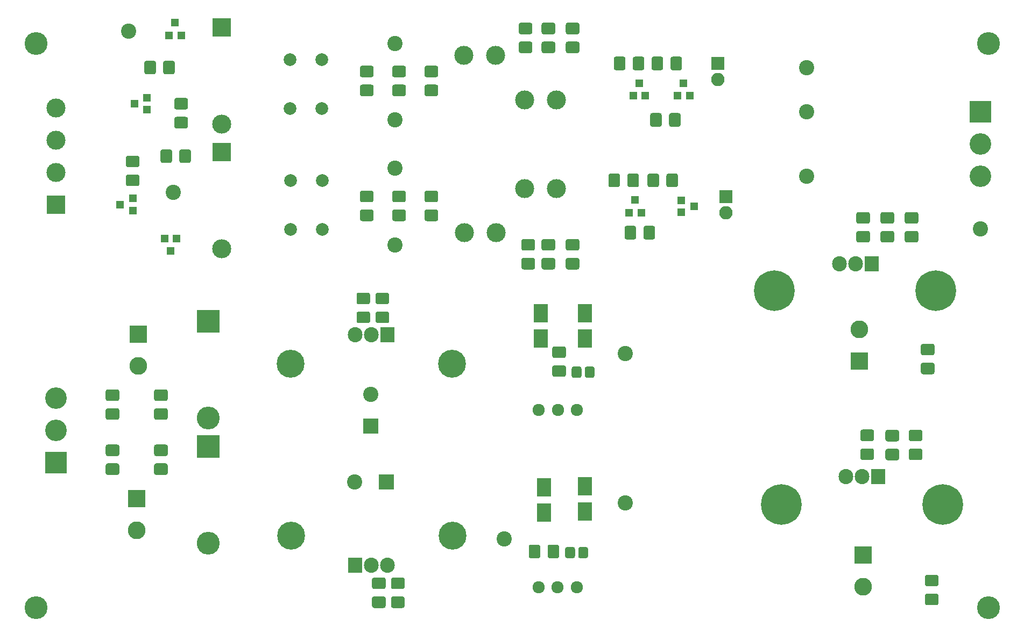
<source format=gbr>
%TF.GenerationSoftware,KiCad,Pcbnew,(5.1.6-0-10_14)*%
%TF.CreationDate,2020-08-16T17:22:38+02:00*%
%TF.ProjectId,netzteil,6e65747a-7465-4696-9c2e-6b696361645f,1.01*%
%TF.SameCoordinates,Original*%
%TF.FileFunction,Soldermask,Top*%
%TF.FilePolarity,Negative*%
%FSLAX46Y46*%
G04 Gerber Fmt 4.6, Leading zero omitted, Abs format (unit mm)*
G04 Created by KiCad (PCBNEW (5.1.6-0-10_14)) date 2020-08-16 17:22:38*
%MOMM*%
%LPD*%
G01*
G04 APERTURE LIST*
%ADD10O,2.305000X2.400000*%
%ADD11R,2.305000X2.400000*%
%ADD12C,6.400000*%
%ADD13C,2.800000*%
%ADD14R,2.800000X2.800000*%
%ADD15C,1.924000*%
%ADD16R,2.200000X2.900000*%
%ADD17C,2.400000*%
%ADD18R,1.200000X1.300000*%
%ADD19R,2.400000X2.400000*%
%ADD20R,3.000000X3.000000*%
%ADD21O,3.000000X3.000000*%
%ADD22O,3.600000X3.600000*%
%ADD23R,3.600000X3.600000*%
%ADD24C,3.600000*%
%ADD25C,4.400000*%
%ADD26R,2.100000X2.100000*%
%ADD27O,2.100000X2.100000*%
%ADD28C,3.000000*%
%ADD29C,3.400000*%
%ADD30R,3.400000X3.400000*%
%ADD31R,1.300000X1.200000*%
%ADD32C,2.000200*%
G04 APERTURE END LIST*
%TO.C,R10*%
G36*
G01*
X198629824Y-79437500D02*
X197120176Y-79437500D01*
G75*
G02*
X196800000Y-79117324I0J320176D01*
G01*
X196800000Y-77932676D01*
G75*
G02*
X197120176Y-77612500I320176J0D01*
G01*
X198629824Y-77612500D01*
G75*
G02*
X198950000Y-77932676I0J-320176D01*
G01*
X198950000Y-79117324D01*
G75*
G02*
X198629824Y-79437500I-320176J0D01*
G01*
G37*
G36*
G01*
X198629824Y-82412500D02*
X197120176Y-82412500D01*
G75*
G02*
X196800000Y-82092324I0J320176D01*
G01*
X196800000Y-80907676D01*
G75*
G02*
X197120176Y-80587500I320176J0D01*
G01*
X198629824Y-80587500D01*
G75*
G02*
X198950000Y-80907676I0J-320176D01*
G01*
X198950000Y-82092324D01*
G75*
G02*
X198629824Y-82412500I-320176J0D01*
G01*
G37*
%TD*%
D10*
%TO.C,Q7*%
X187545000Y-119270000D03*
X190085000Y-119270000D03*
D11*
X192625000Y-119270000D03*
%TD*%
%TO.C,Q8*%
X191565000Y-85730000D03*
D10*
X189025000Y-85730000D03*
X186485000Y-85730000D03*
%TD*%
%TO.C,R9*%
G36*
G01*
X199264824Y-116702500D02*
X197755176Y-116702500D01*
G75*
G02*
X197435000Y-116382324I0J320176D01*
G01*
X197435000Y-115197676D01*
G75*
G02*
X197755176Y-114877500I320176J0D01*
G01*
X199264824Y-114877500D01*
G75*
G02*
X199585000Y-115197676I0J-320176D01*
G01*
X199585000Y-116382324D01*
G75*
G02*
X199264824Y-116702500I-320176J0D01*
G01*
G37*
G36*
G01*
X199264824Y-113727500D02*
X197755176Y-113727500D01*
G75*
G02*
X197435000Y-113407324I0J320176D01*
G01*
X197435000Y-112222676D01*
G75*
G02*
X197755176Y-111902500I320176J0D01*
G01*
X199264824Y-111902500D01*
G75*
G02*
X199585000Y-112222676I0J-320176D01*
G01*
X199585000Y-113407324D01*
G75*
G02*
X199264824Y-113727500I-320176J0D01*
G01*
G37*
%TD*%
%TO.C,C15*%
G36*
G01*
X195589824Y-113757500D02*
X194080176Y-113757500D01*
G75*
G02*
X193760000Y-113437324I0J320176D01*
G01*
X193760000Y-112252676D01*
G75*
G02*
X194080176Y-111932500I320176J0D01*
G01*
X195589824Y-111932500D01*
G75*
G02*
X195910000Y-112252676I0J-320176D01*
G01*
X195910000Y-113437324D01*
G75*
G02*
X195589824Y-113757500I-320176J0D01*
G01*
G37*
G36*
G01*
X195589824Y-116732500D02*
X194080176Y-116732500D01*
G75*
G02*
X193760000Y-116412324I0J320176D01*
G01*
X193760000Y-115227676D01*
G75*
G02*
X194080176Y-114907500I320176J0D01*
G01*
X195589824Y-114907500D01*
G75*
G02*
X195910000Y-115227676I0J-320176D01*
G01*
X195910000Y-116412324D01*
G75*
G02*
X195589824Y-116732500I-320176J0D01*
G01*
G37*
%TD*%
%TO.C,C16*%
G36*
G01*
X193310176Y-80587500D02*
X194819824Y-80587500D01*
G75*
G02*
X195140000Y-80907676I0J-320176D01*
G01*
X195140000Y-82092324D01*
G75*
G02*
X194819824Y-82412500I-320176J0D01*
G01*
X193310176Y-82412500D01*
G75*
G02*
X192990000Y-82092324I0J320176D01*
G01*
X192990000Y-80907676D01*
G75*
G02*
X193310176Y-80587500I320176J0D01*
G01*
G37*
G36*
G01*
X193310176Y-77612500D02*
X194819824Y-77612500D01*
G75*
G02*
X195140000Y-77932676I0J-320176D01*
G01*
X195140000Y-79117324D01*
G75*
G02*
X194819824Y-79437500I-320176J0D01*
G01*
X193310176Y-79437500D01*
G75*
G02*
X192990000Y-79117324I0J320176D01*
G01*
X192990000Y-77932676D01*
G75*
G02*
X193310176Y-77612500I320176J0D01*
G01*
G37*
%TD*%
%TO.C,C17*%
G36*
G01*
X191644824Y-116682500D02*
X190135176Y-116682500D01*
G75*
G02*
X189815000Y-116362324I0J320176D01*
G01*
X189815000Y-115177676D01*
G75*
G02*
X190135176Y-114857500I320176J0D01*
G01*
X191644824Y-114857500D01*
G75*
G02*
X191965000Y-115177676I0J-320176D01*
G01*
X191965000Y-116362324D01*
G75*
G02*
X191644824Y-116682500I-320176J0D01*
G01*
G37*
G36*
G01*
X191644824Y-113707500D02*
X190135176Y-113707500D01*
G75*
G02*
X189815000Y-113387324I0J320176D01*
G01*
X189815000Y-112202676D01*
G75*
G02*
X190135176Y-111882500I320176J0D01*
G01*
X191644824Y-111882500D01*
G75*
G02*
X191965000Y-112202676I0J-320176D01*
G01*
X191965000Y-113387324D01*
G75*
G02*
X191644824Y-113707500I-320176J0D01*
G01*
G37*
%TD*%
%TO.C,C18*%
G36*
G01*
X189500176Y-77612500D02*
X191009824Y-77612500D01*
G75*
G02*
X191330000Y-77932676I0J-320176D01*
G01*
X191330000Y-79117324D01*
G75*
G02*
X191009824Y-79437500I-320176J0D01*
G01*
X189500176Y-79437500D01*
G75*
G02*
X189180000Y-79117324I0J320176D01*
G01*
X189180000Y-77932676D01*
G75*
G02*
X189500176Y-77612500I320176J0D01*
G01*
G37*
G36*
G01*
X189500176Y-80587500D02*
X191009824Y-80587500D01*
G75*
G02*
X191330000Y-80907676I0J-320176D01*
G01*
X191330000Y-82092324D01*
G75*
G02*
X191009824Y-82412500I-320176J0D01*
G01*
X189500176Y-82412500D01*
G75*
G02*
X189180000Y-82092324I0J320176D01*
G01*
X189180000Y-80907676D01*
G75*
G02*
X189500176Y-80587500I320176J0D01*
G01*
G37*
%TD*%
D12*
%TO.C,HS1*%
X202785000Y-123670000D03*
X177385000Y-123670000D03*
%TD*%
%TO.C,HS2*%
X176265000Y-90030000D03*
X201665000Y-90030000D03*
%TD*%
D13*
%TO.C,C13*%
X190255000Y-136665000D03*
D14*
X190255000Y-131665000D03*
%TD*%
%TO.C,C14*%
X189620000Y-101105000D03*
D13*
X189620000Y-96105000D03*
%TD*%
%TO.C,R11*%
G36*
G01*
X200295176Y-134762500D02*
X201804824Y-134762500D01*
G75*
G02*
X202125000Y-135082676I0J-320176D01*
G01*
X202125000Y-136267324D01*
G75*
G02*
X201804824Y-136587500I-320176J0D01*
G01*
X200295176Y-136587500D01*
G75*
G02*
X199975000Y-136267324I0J320176D01*
G01*
X199975000Y-135082676D01*
G75*
G02*
X200295176Y-134762500I320176J0D01*
G01*
G37*
G36*
G01*
X200295176Y-137737500D02*
X201804824Y-137737500D01*
G75*
G02*
X202125000Y-138057676I0J-320176D01*
G01*
X202125000Y-139242324D01*
G75*
G02*
X201804824Y-139562500I-320176J0D01*
G01*
X200295176Y-139562500D01*
G75*
G02*
X199975000Y-139242324I0J320176D01*
G01*
X199975000Y-138057676D01*
G75*
G02*
X200295176Y-137737500I320176J0D01*
G01*
G37*
%TD*%
%TO.C,R12*%
G36*
G01*
X201169824Y-100192500D02*
X199660176Y-100192500D01*
G75*
G02*
X199340000Y-99872324I0J320176D01*
G01*
X199340000Y-98687676D01*
G75*
G02*
X199660176Y-98367500I320176J0D01*
G01*
X201169824Y-98367500D01*
G75*
G02*
X201490000Y-98687676I0J-320176D01*
G01*
X201490000Y-99872324D01*
G75*
G02*
X201169824Y-100192500I-320176J0D01*
G01*
G37*
G36*
G01*
X201169824Y-103167500D02*
X199660176Y-103167500D01*
G75*
G02*
X199340000Y-102847324I0J320176D01*
G01*
X199340000Y-101662676D01*
G75*
G02*
X199660176Y-101342500I320176J0D01*
G01*
X201169824Y-101342500D01*
G75*
G02*
X201490000Y-101662676I0J-320176D01*
G01*
X201490000Y-102847324D01*
G75*
G02*
X201169824Y-103167500I-320176J0D01*
G01*
G37*
%TD*%
%TO.C,C26*%
G36*
G01*
X145945000Y-102281956D02*
X145945000Y-103408044D01*
G75*
G02*
X145608044Y-103745000I-336956J0D01*
G01*
X144731956Y-103745000D01*
G75*
G02*
X144395000Y-103408044I0J336956D01*
G01*
X144395000Y-102281956D01*
G75*
G02*
X144731956Y-101945000I336956J0D01*
G01*
X145608044Y-101945000D01*
G75*
G02*
X145945000Y-102281956I0J-336956D01*
G01*
G37*
G36*
G01*
X147995000Y-102281956D02*
X147995000Y-103408044D01*
G75*
G02*
X147658044Y-103745000I-336956J0D01*
G01*
X146781956Y-103745000D01*
G75*
G02*
X146445000Y-103408044I0J336956D01*
G01*
X146445000Y-102281956D01*
G75*
G02*
X146781956Y-101945000I336956J0D01*
G01*
X147658044Y-101945000D01*
G75*
G02*
X147995000Y-102281956I0J-336956D01*
G01*
G37*
%TD*%
%TO.C,R14*%
G36*
G01*
X143167324Y-103585000D02*
X141657676Y-103585000D01*
G75*
G02*
X141337500Y-103264824I0J320176D01*
G01*
X141337500Y-102080176D01*
G75*
G02*
X141657676Y-101760000I320176J0D01*
G01*
X143167324Y-101760000D01*
G75*
G02*
X143487500Y-102080176I0J-320176D01*
G01*
X143487500Y-103264824D01*
G75*
G02*
X143167324Y-103585000I-320176J0D01*
G01*
G37*
G36*
G01*
X143167324Y-100610000D02*
X141657676Y-100610000D01*
G75*
G02*
X141337500Y-100289824I0J320176D01*
G01*
X141337500Y-99105176D01*
G75*
G02*
X141657676Y-98785000I320176J0D01*
G01*
X143167324Y-98785000D01*
G75*
G02*
X143487500Y-99105176I0J-320176D01*
G01*
X143487500Y-100289824D01*
G75*
G02*
X143167324Y-100610000I-320176J0D01*
G01*
G37*
%TD*%
D15*
%TO.C,RV2*%
X139230000Y-108775000D03*
X142230000Y-108775000D03*
X145230000Y-108775000D03*
%TD*%
D16*
%TO.C,D8*%
X146440000Y-97565000D03*
X146440000Y-93565000D03*
%TD*%
%TO.C,D10*%
X139515000Y-93565000D03*
X139515000Y-97565000D03*
%TD*%
D17*
%TO.C,TP4*%
X116595000Y-63085000D03*
%TD*%
D18*
%TO.C,Q3*%
X154065000Y-59275000D03*
X155965000Y-59275000D03*
X155015000Y-57275000D03*
%TD*%
%TO.C,R1*%
G36*
G01*
X82185176Y-59632500D02*
X83694824Y-59632500D01*
G75*
G02*
X84015000Y-59952676I0J-320176D01*
G01*
X84015000Y-61137324D01*
G75*
G02*
X83694824Y-61457500I-320176J0D01*
G01*
X82185176Y-61457500D01*
G75*
G02*
X81865000Y-61137324I0J320176D01*
G01*
X81865000Y-59952676D01*
G75*
G02*
X82185176Y-59632500I320176J0D01*
G01*
G37*
G36*
G01*
X82185176Y-62607500D02*
X83694824Y-62607500D01*
G75*
G02*
X84015000Y-62927676I0J-320176D01*
G01*
X84015000Y-64112324D01*
G75*
G02*
X83694824Y-64432500I-320176J0D01*
G01*
X82185176Y-64432500D01*
G75*
G02*
X81865000Y-64112324I0J320176D01*
G01*
X81865000Y-62927676D01*
G75*
G02*
X82185176Y-62607500I320176J0D01*
G01*
G37*
%TD*%
%TO.C,C5*%
G36*
G01*
X121555176Y-57527500D02*
X123064824Y-57527500D01*
G75*
G02*
X123385000Y-57847676I0J-320176D01*
G01*
X123385000Y-59032324D01*
G75*
G02*
X123064824Y-59352500I-320176J0D01*
G01*
X121555176Y-59352500D01*
G75*
G02*
X121235000Y-59032324I0J320176D01*
G01*
X121235000Y-57847676D01*
G75*
G02*
X121555176Y-57527500I320176J0D01*
G01*
G37*
G36*
G01*
X121555176Y-54552500D02*
X123064824Y-54552500D01*
G75*
G02*
X123385000Y-54872676I0J-320176D01*
G01*
X123385000Y-56057324D01*
G75*
G02*
X123064824Y-56377500I-320176J0D01*
G01*
X121555176Y-56377500D01*
G75*
G02*
X121235000Y-56057324I0J320176D01*
G01*
X121235000Y-54872676D01*
G75*
G02*
X121555176Y-54552500I320176J0D01*
G01*
G37*
%TD*%
D17*
%TO.C,C19*%
X110230000Y-120140000D03*
D19*
X115230000Y-120140000D03*
%TD*%
%TO.C,C20*%
X112785000Y-111345000D03*
D17*
X112785000Y-106345000D03*
%TD*%
%TO.C,C21*%
G36*
G01*
X116285176Y-138172500D02*
X117794824Y-138172500D01*
G75*
G02*
X118115000Y-138492676I0J-320176D01*
G01*
X118115000Y-139677324D01*
G75*
G02*
X117794824Y-139997500I-320176J0D01*
G01*
X116285176Y-139997500D01*
G75*
G02*
X115965000Y-139677324I0J320176D01*
G01*
X115965000Y-138492676D01*
G75*
G02*
X116285176Y-138172500I320176J0D01*
G01*
G37*
G36*
G01*
X116285176Y-135197500D02*
X117794824Y-135197500D01*
G75*
G02*
X118115000Y-135517676I0J-320176D01*
G01*
X118115000Y-136702324D01*
G75*
G02*
X117794824Y-137022500I-320176J0D01*
G01*
X116285176Y-137022500D01*
G75*
G02*
X115965000Y-136702324I0J320176D01*
G01*
X115965000Y-135517676D01*
G75*
G02*
X116285176Y-135197500I320176J0D01*
G01*
G37*
%TD*%
%TO.C,C22*%
G36*
G01*
X113855176Y-90312500D02*
X115364824Y-90312500D01*
G75*
G02*
X115685000Y-90632676I0J-320176D01*
G01*
X115685000Y-91817324D01*
G75*
G02*
X115364824Y-92137500I-320176J0D01*
G01*
X113855176Y-92137500D01*
G75*
G02*
X113535000Y-91817324I0J320176D01*
G01*
X113535000Y-90632676D01*
G75*
G02*
X113855176Y-90312500I320176J0D01*
G01*
G37*
G36*
G01*
X113855176Y-93287500D02*
X115364824Y-93287500D01*
G75*
G02*
X115685000Y-93607676I0J-320176D01*
G01*
X115685000Y-94792324D01*
G75*
G02*
X115364824Y-95112500I-320176J0D01*
G01*
X113855176Y-95112500D01*
G75*
G02*
X113535000Y-94792324I0J320176D01*
G01*
X113535000Y-93607676D01*
G75*
G02*
X113855176Y-93287500I320176J0D01*
G01*
G37*
%TD*%
%TO.C,C23*%
G36*
G01*
X113300176Y-135197500D02*
X114809824Y-135197500D01*
G75*
G02*
X115130000Y-135517676I0J-320176D01*
G01*
X115130000Y-136702324D01*
G75*
G02*
X114809824Y-137022500I-320176J0D01*
G01*
X113300176Y-137022500D01*
G75*
G02*
X112980000Y-136702324I0J320176D01*
G01*
X112980000Y-135517676D01*
G75*
G02*
X113300176Y-135197500I320176J0D01*
G01*
G37*
G36*
G01*
X113300176Y-138172500D02*
X114809824Y-138172500D01*
G75*
G02*
X115130000Y-138492676I0J-320176D01*
G01*
X115130000Y-139677324D01*
G75*
G02*
X114809824Y-139997500I-320176J0D01*
G01*
X113300176Y-139997500D01*
G75*
G02*
X112980000Y-139677324I0J320176D01*
G01*
X112980000Y-138492676D01*
G75*
G02*
X113300176Y-138172500I320176J0D01*
G01*
G37*
%TD*%
%TO.C,C24*%
G36*
G01*
X110855176Y-93287500D02*
X112364824Y-93287500D01*
G75*
G02*
X112685000Y-93607676I0J-320176D01*
G01*
X112685000Y-94792324D01*
G75*
G02*
X112364824Y-95112500I-320176J0D01*
G01*
X110855176Y-95112500D01*
G75*
G02*
X110535000Y-94792324I0J320176D01*
G01*
X110535000Y-93607676D01*
G75*
G02*
X110855176Y-93287500I320176J0D01*
G01*
G37*
G36*
G01*
X110855176Y-90312500D02*
X112364824Y-90312500D01*
G75*
G02*
X112685000Y-90632676I0J-320176D01*
G01*
X112685000Y-91817324D01*
G75*
G02*
X112364824Y-92137500I-320176J0D01*
G01*
X110855176Y-92137500D01*
G75*
G02*
X110535000Y-91817324I0J320176D01*
G01*
X110535000Y-90632676D01*
G75*
G02*
X110855176Y-90312500I320176J0D01*
G01*
G37*
%TD*%
%TO.C,C25*%
G36*
G01*
X143370000Y-131838044D02*
X143370000Y-130711956D01*
G75*
G02*
X143706956Y-130375000I336956J0D01*
G01*
X144583044Y-130375000D01*
G75*
G02*
X144920000Y-130711956I0J-336956D01*
G01*
X144920000Y-131838044D01*
G75*
G02*
X144583044Y-132175000I-336956J0D01*
G01*
X143706956Y-132175000D01*
G75*
G02*
X143370000Y-131838044I0J336956D01*
G01*
G37*
G36*
G01*
X145420000Y-131838044D02*
X145420000Y-130711956D01*
G75*
G02*
X145756956Y-130375000I336956J0D01*
G01*
X146633044Y-130375000D01*
G75*
G02*
X146970000Y-130711956I0J-336956D01*
G01*
X146970000Y-131838044D01*
G75*
G02*
X146633044Y-132175000I-336956J0D01*
G01*
X145756956Y-132175000D01*
G75*
G02*
X145420000Y-131838044I0J336956D01*
G01*
G37*
%TD*%
D13*
%TO.C,C27*%
X75955000Y-127775000D03*
D14*
X75955000Y-122775000D03*
%TD*%
%TO.C,C28*%
X76230000Y-96820000D03*
D13*
X76230000Y-101820000D03*
%TD*%
%TO.C,C29*%
G36*
G01*
X79010176Y-114242500D02*
X80519824Y-114242500D01*
G75*
G02*
X80840000Y-114562676I0J-320176D01*
G01*
X80840000Y-115747324D01*
G75*
G02*
X80519824Y-116067500I-320176J0D01*
G01*
X79010176Y-116067500D01*
G75*
G02*
X78690000Y-115747324I0J320176D01*
G01*
X78690000Y-114562676D01*
G75*
G02*
X79010176Y-114242500I320176J0D01*
G01*
G37*
G36*
G01*
X79010176Y-117217500D02*
X80519824Y-117217500D01*
G75*
G02*
X80840000Y-117537676I0J-320176D01*
G01*
X80840000Y-118722324D01*
G75*
G02*
X80519824Y-119042500I-320176J0D01*
G01*
X79010176Y-119042500D01*
G75*
G02*
X78690000Y-118722324I0J320176D01*
G01*
X78690000Y-117537676D01*
G75*
G02*
X79010176Y-117217500I320176J0D01*
G01*
G37*
%TD*%
%TO.C,C30*%
G36*
G01*
X79010176Y-105552500D02*
X80519824Y-105552500D01*
G75*
G02*
X80840000Y-105872676I0J-320176D01*
G01*
X80840000Y-107057324D01*
G75*
G02*
X80519824Y-107377500I-320176J0D01*
G01*
X79010176Y-107377500D01*
G75*
G02*
X78690000Y-107057324I0J320176D01*
G01*
X78690000Y-105872676D01*
G75*
G02*
X79010176Y-105552500I320176J0D01*
G01*
G37*
G36*
G01*
X79010176Y-108527500D02*
X80519824Y-108527500D01*
G75*
G02*
X80840000Y-108847676I0J-320176D01*
G01*
X80840000Y-110032324D01*
G75*
G02*
X80519824Y-110352500I-320176J0D01*
G01*
X79010176Y-110352500D01*
G75*
G02*
X78690000Y-110032324I0J320176D01*
G01*
X78690000Y-108847676D01*
G75*
G02*
X79010176Y-108527500I320176J0D01*
G01*
G37*
%TD*%
%TO.C,C31*%
G36*
G01*
X71390176Y-117217500D02*
X72899824Y-117217500D01*
G75*
G02*
X73220000Y-117537676I0J-320176D01*
G01*
X73220000Y-118722324D01*
G75*
G02*
X72899824Y-119042500I-320176J0D01*
G01*
X71390176Y-119042500D01*
G75*
G02*
X71070000Y-118722324I0J320176D01*
G01*
X71070000Y-117537676D01*
G75*
G02*
X71390176Y-117217500I320176J0D01*
G01*
G37*
G36*
G01*
X71390176Y-114242500D02*
X72899824Y-114242500D01*
G75*
G02*
X73220000Y-114562676I0J-320176D01*
G01*
X73220000Y-115747324D01*
G75*
G02*
X72899824Y-116067500I-320176J0D01*
G01*
X71390176Y-116067500D01*
G75*
G02*
X71070000Y-115747324I0J320176D01*
G01*
X71070000Y-114562676D01*
G75*
G02*
X71390176Y-114242500I320176J0D01*
G01*
G37*
%TD*%
%TO.C,C32*%
G36*
G01*
X71390176Y-108527500D02*
X72899824Y-108527500D01*
G75*
G02*
X73220000Y-108847676I0J-320176D01*
G01*
X73220000Y-110032324D01*
G75*
G02*
X72899824Y-110352500I-320176J0D01*
G01*
X71390176Y-110352500D01*
G75*
G02*
X71070000Y-110032324I0J320176D01*
G01*
X71070000Y-108847676D01*
G75*
G02*
X71390176Y-108527500I320176J0D01*
G01*
G37*
G36*
G01*
X71390176Y-105552500D02*
X72899824Y-105552500D01*
G75*
G02*
X73220000Y-105872676I0J-320176D01*
G01*
X73220000Y-107057324D01*
G75*
G02*
X72899824Y-107377500I-320176J0D01*
G01*
X71390176Y-107377500D01*
G75*
G02*
X71070000Y-107057324I0J320176D01*
G01*
X71070000Y-105872676D01*
G75*
G02*
X71390176Y-105552500I320176J0D01*
G01*
G37*
%TD*%
D18*
%TO.C,D1*%
X81040000Y-49750000D03*
X82940000Y-49750000D03*
X81990000Y-47750000D03*
%TD*%
D20*
%TO.C,D3*%
X89290000Y-48480000D03*
D21*
X89290000Y-63720000D03*
%TD*%
D16*
%TO.C,D7*%
X146440000Y-120775000D03*
X146440000Y-124775000D03*
%TD*%
%TO.C,D9*%
X140030000Y-124975000D03*
X140030000Y-120975000D03*
%TD*%
D22*
%TO.C,D11*%
X87230000Y-129760000D03*
D23*
X87230000Y-114520000D03*
%TD*%
%TO.C,D12*%
X87230000Y-94835000D03*
D22*
X87230000Y-110075000D03*
%TD*%
D24*
%TO.C,H1*%
X60080000Y-139920000D03*
%TD*%
%TO.C,H2*%
X60080000Y-51020000D03*
%TD*%
%TO.C,H3*%
X209940000Y-51020000D03*
%TD*%
%TO.C,H4*%
X209940000Y-139920000D03*
%TD*%
D25*
%TO.C,HS3*%
X100230000Y-128640000D03*
X125630000Y-128640000D03*
%TD*%
%TO.C,HS4*%
X100140000Y-101510000D03*
X125540000Y-101510000D03*
%TD*%
D26*
%TO.C,J4*%
X167395000Y-54195000D03*
D27*
X167395000Y-56735000D03*
%TD*%
D28*
%TO.C,L3*%
X127390000Y-52925000D03*
X132390000Y-52925000D03*
%TD*%
D18*
%TO.C,Q5*%
X161045000Y-59275000D03*
X162945000Y-59275000D03*
X161995000Y-57275000D03*
%TD*%
%TO.C,R3*%
G36*
G01*
X80122500Y-55584824D02*
X80122500Y-54075176D01*
G75*
G02*
X80442676Y-53755000I320176J0D01*
G01*
X81627324Y-53755000D01*
G75*
G02*
X81947500Y-54075176I0J-320176D01*
G01*
X81947500Y-55584824D01*
G75*
G02*
X81627324Y-55905000I-320176J0D01*
G01*
X80442676Y-55905000D01*
G75*
G02*
X80122500Y-55584824I0J320176D01*
G01*
G37*
G36*
G01*
X77147500Y-55584824D02*
X77147500Y-54075176D01*
G75*
G02*
X77467676Y-53755000I320176J0D01*
G01*
X78652324Y-53755000D01*
G75*
G02*
X78972500Y-54075176I0J-320176D01*
G01*
X78972500Y-55584824D01*
G75*
G02*
X78652324Y-55905000I-320176J0D01*
G01*
X77467676Y-55905000D01*
G75*
G02*
X77147500Y-55584824I0J320176D01*
G01*
G37*
%TD*%
%TO.C,R5*%
G36*
G01*
X154000000Y-54949824D02*
X154000000Y-53440176D01*
G75*
G02*
X154320176Y-53120000I320176J0D01*
G01*
X155504824Y-53120000D01*
G75*
G02*
X155825000Y-53440176I0J-320176D01*
G01*
X155825000Y-54949824D01*
G75*
G02*
X155504824Y-55270000I-320176J0D01*
G01*
X154320176Y-55270000D01*
G75*
G02*
X154000000Y-54949824I0J320176D01*
G01*
G37*
G36*
G01*
X151025000Y-54949824D02*
X151025000Y-53440176D01*
G75*
G02*
X151345176Y-53120000I320176J0D01*
G01*
X152529824Y-53120000D01*
G75*
G02*
X152850000Y-53440176I0J-320176D01*
G01*
X152850000Y-54949824D01*
G75*
G02*
X152529824Y-55270000I-320176J0D01*
G01*
X151345176Y-55270000D01*
G75*
G02*
X151025000Y-54949824I0J320176D01*
G01*
G37*
%TD*%
%TO.C,R7*%
G36*
G01*
X161540000Y-62330176D02*
X161540000Y-63839824D01*
G75*
G02*
X161219824Y-64160000I-320176J0D01*
G01*
X160035176Y-64160000D01*
G75*
G02*
X159715000Y-63839824I0J320176D01*
G01*
X159715000Y-62330176D01*
G75*
G02*
X160035176Y-62010000I320176J0D01*
G01*
X161219824Y-62010000D01*
G75*
G02*
X161540000Y-62330176I0J-320176D01*
G01*
G37*
G36*
G01*
X158565000Y-62330176D02*
X158565000Y-63839824D01*
G75*
G02*
X158244824Y-64160000I-320176J0D01*
G01*
X157060176Y-64160000D01*
G75*
G02*
X156740000Y-63839824I0J320176D01*
G01*
X156740000Y-62330176D01*
G75*
G02*
X157060176Y-62010000I320176J0D01*
G01*
X158244824Y-62010000D01*
G75*
G02*
X158565000Y-62330176I0J-320176D01*
G01*
G37*
%TD*%
%TO.C,R13*%
G36*
G01*
X140605000Y-131847324D02*
X140605000Y-130337676D01*
G75*
G02*
X140925176Y-130017500I320176J0D01*
G01*
X142109824Y-130017500D01*
G75*
G02*
X142430000Y-130337676I0J-320176D01*
G01*
X142430000Y-131847324D01*
G75*
G02*
X142109824Y-132167500I-320176J0D01*
G01*
X140925176Y-132167500D01*
G75*
G02*
X140605000Y-131847324I0J320176D01*
G01*
G37*
G36*
G01*
X137630000Y-131847324D02*
X137630000Y-130337676D01*
G75*
G02*
X137950176Y-130017500I320176J0D01*
G01*
X139134824Y-130017500D01*
G75*
G02*
X139455000Y-130337676I0J-320176D01*
G01*
X139455000Y-131847324D01*
G75*
G02*
X139134824Y-132167500I-320176J0D01*
G01*
X137950176Y-132167500D01*
G75*
G02*
X137630000Y-131847324I0J320176D01*
G01*
G37*
%TD*%
D15*
%TO.C,RV1*%
X145170000Y-136745000D03*
X142170000Y-136745000D03*
X139170000Y-136745000D03*
%TD*%
D17*
%TO.C,TP1*%
X74685000Y-49115000D03*
%TD*%
%TO.C,TP2*%
X81670000Y-74515000D03*
%TD*%
%TO.C,TP8*%
X181365000Y-61815000D03*
%TD*%
%TO.C,TP7*%
X181365000Y-54830000D03*
%TD*%
%TO.C,TP10*%
X152790000Y-123410000D03*
%TD*%
%TO.C,TP11*%
X152790000Y-99915000D03*
%TD*%
%TO.C,TP12*%
X208670000Y-80230000D03*
%TD*%
%TO.C,TP13*%
X133740000Y-129125000D03*
%TD*%
D10*
%TO.C,U1*%
X115430000Y-133240000D03*
X112890000Y-133240000D03*
D11*
X110350000Y-133240000D03*
%TD*%
%TO.C,U2*%
X115390000Y-96910000D03*
D10*
X112850000Y-96910000D03*
X110310000Y-96910000D03*
%TD*%
%TO.C,C1*%
G36*
G01*
X116475176Y-54552500D02*
X117984824Y-54552500D01*
G75*
G02*
X118305000Y-54872676I0J-320176D01*
G01*
X118305000Y-56057324D01*
G75*
G02*
X117984824Y-56377500I-320176J0D01*
G01*
X116475176Y-56377500D01*
G75*
G02*
X116155000Y-56057324I0J320176D01*
G01*
X116155000Y-54872676D01*
G75*
G02*
X116475176Y-54552500I320176J0D01*
G01*
G37*
G36*
G01*
X116475176Y-57527500D02*
X117984824Y-57527500D01*
G75*
G02*
X118305000Y-57847676I0J-320176D01*
G01*
X118305000Y-59032324D01*
G75*
G02*
X117984824Y-59352500I-320176J0D01*
G01*
X116475176Y-59352500D01*
G75*
G02*
X116155000Y-59032324I0J320176D01*
G01*
X116155000Y-57847676D01*
G75*
G02*
X116475176Y-57527500I320176J0D01*
G01*
G37*
%TD*%
%TO.C,C2*%
G36*
G01*
X111395176Y-74237500D02*
X112904824Y-74237500D01*
G75*
G02*
X113225000Y-74557676I0J-320176D01*
G01*
X113225000Y-75742324D01*
G75*
G02*
X112904824Y-76062500I-320176J0D01*
G01*
X111395176Y-76062500D01*
G75*
G02*
X111075000Y-75742324I0J320176D01*
G01*
X111075000Y-74557676D01*
G75*
G02*
X111395176Y-74237500I320176J0D01*
G01*
G37*
G36*
G01*
X111395176Y-77212500D02*
X112904824Y-77212500D01*
G75*
G02*
X113225000Y-77532676I0J-320176D01*
G01*
X113225000Y-78717324D01*
G75*
G02*
X112904824Y-79037500I-320176J0D01*
G01*
X111395176Y-79037500D01*
G75*
G02*
X111075000Y-78717324I0J320176D01*
G01*
X111075000Y-77532676D01*
G75*
G02*
X111395176Y-77212500I320176J0D01*
G01*
G37*
%TD*%
%TO.C,C3*%
G36*
G01*
X111395176Y-57527500D02*
X112904824Y-57527500D01*
G75*
G02*
X113225000Y-57847676I0J-320176D01*
G01*
X113225000Y-59032324D01*
G75*
G02*
X112904824Y-59352500I-320176J0D01*
G01*
X111395176Y-59352500D01*
G75*
G02*
X111075000Y-59032324I0J320176D01*
G01*
X111075000Y-57847676D01*
G75*
G02*
X111395176Y-57527500I320176J0D01*
G01*
G37*
G36*
G01*
X111395176Y-54552500D02*
X112904824Y-54552500D01*
G75*
G02*
X113225000Y-54872676I0J-320176D01*
G01*
X113225000Y-56057324D01*
G75*
G02*
X112904824Y-56377500I-320176J0D01*
G01*
X111395176Y-56377500D01*
G75*
G02*
X111075000Y-56057324I0J320176D01*
G01*
X111075000Y-54872676D01*
G75*
G02*
X111395176Y-54552500I320176J0D01*
G01*
G37*
%TD*%
%TO.C,C4*%
G36*
G01*
X121555176Y-74237500D02*
X123064824Y-74237500D01*
G75*
G02*
X123385000Y-74557676I0J-320176D01*
G01*
X123385000Y-75742324D01*
G75*
G02*
X123064824Y-76062500I-320176J0D01*
G01*
X121555176Y-76062500D01*
G75*
G02*
X121235000Y-75742324I0J320176D01*
G01*
X121235000Y-74557676D01*
G75*
G02*
X121555176Y-74237500I320176J0D01*
G01*
G37*
G36*
G01*
X121555176Y-77212500D02*
X123064824Y-77212500D01*
G75*
G02*
X123385000Y-77532676I0J-320176D01*
G01*
X123385000Y-78717324D01*
G75*
G02*
X123064824Y-79037500I-320176J0D01*
G01*
X121555176Y-79037500D01*
G75*
G02*
X121235000Y-78717324I0J320176D01*
G01*
X121235000Y-77532676D01*
G75*
G02*
X121555176Y-77212500I320176J0D01*
G01*
G37*
%TD*%
%TO.C,C6*%
G36*
G01*
X116475176Y-74237500D02*
X117984824Y-74237500D01*
G75*
G02*
X118305000Y-74557676I0J-320176D01*
G01*
X118305000Y-75742324D01*
G75*
G02*
X117984824Y-76062500I-320176J0D01*
G01*
X116475176Y-76062500D01*
G75*
G02*
X116155000Y-75742324I0J320176D01*
G01*
X116155000Y-74557676D01*
G75*
G02*
X116475176Y-74237500I320176J0D01*
G01*
G37*
G36*
G01*
X116475176Y-77212500D02*
X117984824Y-77212500D01*
G75*
G02*
X118305000Y-77532676I0J-320176D01*
G01*
X118305000Y-78717324D01*
G75*
G02*
X117984824Y-79037500I-320176J0D01*
G01*
X116475176Y-79037500D01*
G75*
G02*
X116155000Y-78717324I0J320176D01*
G01*
X116155000Y-77532676D01*
G75*
G02*
X116475176Y-77212500I320176J0D01*
G01*
G37*
%TD*%
%TO.C,C7*%
G36*
G01*
X145289824Y-49592500D02*
X143780176Y-49592500D01*
G75*
G02*
X143460000Y-49272324I0J320176D01*
G01*
X143460000Y-48087676D01*
G75*
G02*
X143780176Y-47767500I320176J0D01*
G01*
X145289824Y-47767500D01*
G75*
G02*
X145610000Y-48087676I0J-320176D01*
G01*
X145610000Y-49272324D01*
G75*
G02*
X145289824Y-49592500I-320176J0D01*
G01*
G37*
G36*
G01*
X145289824Y-52567500D02*
X143780176Y-52567500D01*
G75*
G02*
X143460000Y-52247324I0J320176D01*
G01*
X143460000Y-51062676D01*
G75*
G02*
X143780176Y-50742500I320176J0D01*
G01*
X145289824Y-50742500D01*
G75*
G02*
X145610000Y-51062676I0J-320176D01*
G01*
X145610000Y-52247324D01*
G75*
G02*
X145289824Y-52567500I-320176J0D01*
G01*
G37*
%TD*%
%TO.C,C8*%
G36*
G01*
X145289824Y-83682500D02*
X143780176Y-83682500D01*
G75*
G02*
X143460000Y-83362324I0J320176D01*
G01*
X143460000Y-82177676D01*
G75*
G02*
X143780176Y-81857500I320176J0D01*
G01*
X145289824Y-81857500D01*
G75*
G02*
X145610000Y-82177676I0J-320176D01*
G01*
X145610000Y-83362324D01*
G75*
G02*
X145289824Y-83682500I-320176J0D01*
G01*
G37*
G36*
G01*
X145289824Y-86657500D02*
X143780176Y-86657500D01*
G75*
G02*
X143460000Y-86337324I0J320176D01*
G01*
X143460000Y-85152676D01*
G75*
G02*
X143780176Y-84832500I320176J0D01*
G01*
X145289824Y-84832500D01*
G75*
G02*
X145610000Y-85152676I0J-320176D01*
G01*
X145610000Y-86337324D01*
G75*
G02*
X145289824Y-86657500I-320176J0D01*
G01*
G37*
%TD*%
%TO.C,C9*%
G36*
G01*
X137887324Y-52567500D02*
X136377676Y-52567500D01*
G75*
G02*
X136057500Y-52247324I0J320176D01*
G01*
X136057500Y-51062676D01*
G75*
G02*
X136377676Y-50742500I320176J0D01*
G01*
X137887324Y-50742500D01*
G75*
G02*
X138207500Y-51062676I0J-320176D01*
G01*
X138207500Y-52247324D01*
G75*
G02*
X137887324Y-52567500I-320176J0D01*
G01*
G37*
G36*
G01*
X137887324Y-49592500D02*
X136377676Y-49592500D01*
G75*
G02*
X136057500Y-49272324I0J320176D01*
G01*
X136057500Y-48087676D01*
G75*
G02*
X136377676Y-47767500I320176J0D01*
G01*
X137887324Y-47767500D01*
G75*
G02*
X138207500Y-48087676I0J-320176D01*
G01*
X138207500Y-49272324D01*
G75*
G02*
X137887324Y-49592500I-320176J0D01*
G01*
G37*
%TD*%
%TO.C,C10*%
G36*
G01*
X138304824Y-83682500D02*
X136795176Y-83682500D01*
G75*
G02*
X136475000Y-83362324I0J320176D01*
G01*
X136475000Y-82177676D01*
G75*
G02*
X136795176Y-81857500I320176J0D01*
G01*
X138304824Y-81857500D01*
G75*
G02*
X138625000Y-82177676I0J-320176D01*
G01*
X138625000Y-83362324D01*
G75*
G02*
X138304824Y-83682500I-320176J0D01*
G01*
G37*
G36*
G01*
X138304824Y-86657500D02*
X136795176Y-86657500D01*
G75*
G02*
X136475000Y-86337324I0J320176D01*
G01*
X136475000Y-85152676D01*
G75*
G02*
X136795176Y-84832500I320176J0D01*
G01*
X138304824Y-84832500D01*
G75*
G02*
X138625000Y-85152676I0J-320176D01*
G01*
X138625000Y-86337324D01*
G75*
G02*
X138304824Y-86657500I-320176J0D01*
G01*
G37*
%TD*%
%TO.C,C11*%
G36*
G01*
X141479824Y-52567500D02*
X139970176Y-52567500D01*
G75*
G02*
X139650000Y-52247324I0J320176D01*
G01*
X139650000Y-51062676D01*
G75*
G02*
X139970176Y-50742500I320176J0D01*
G01*
X141479824Y-50742500D01*
G75*
G02*
X141800000Y-51062676I0J-320176D01*
G01*
X141800000Y-52247324D01*
G75*
G02*
X141479824Y-52567500I-320176J0D01*
G01*
G37*
G36*
G01*
X141479824Y-49592500D02*
X139970176Y-49592500D01*
G75*
G02*
X139650000Y-49272324I0J320176D01*
G01*
X139650000Y-48087676D01*
G75*
G02*
X139970176Y-47767500I320176J0D01*
G01*
X141479824Y-47767500D01*
G75*
G02*
X141800000Y-48087676I0J-320176D01*
G01*
X141800000Y-49272324D01*
G75*
G02*
X141479824Y-49592500I-320176J0D01*
G01*
G37*
%TD*%
%TO.C,C12*%
G36*
G01*
X141479824Y-83682500D02*
X139970176Y-83682500D01*
G75*
G02*
X139650000Y-83362324I0J320176D01*
G01*
X139650000Y-82177676D01*
G75*
G02*
X139970176Y-81857500I320176J0D01*
G01*
X141479824Y-81857500D01*
G75*
G02*
X141800000Y-82177676I0J-320176D01*
G01*
X141800000Y-83362324D01*
G75*
G02*
X141479824Y-83682500I-320176J0D01*
G01*
G37*
G36*
G01*
X141479824Y-86657500D02*
X139970176Y-86657500D01*
G75*
G02*
X139650000Y-86337324I0J320176D01*
G01*
X139650000Y-85152676D01*
G75*
G02*
X139970176Y-84832500I320176J0D01*
G01*
X141479824Y-84832500D01*
G75*
G02*
X141800000Y-85152676I0J-320176D01*
G01*
X141800000Y-86337324D01*
G75*
G02*
X141479824Y-86657500I-320176J0D01*
G01*
G37*
%TD*%
D18*
%TO.C,D2*%
X82255000Y-81770000D03*
X80355000Y-81770000D03*
X81305000Y-83770000D03*
%TD*%
D20*
%TO.C,D4*%
X89290000Y-68165000D03*
D21*
X89290000Y-83405000D03*
%TD*%
%TO.C,D5*%
G36*
G01*
X161757500Y-53440176D02*
X161757500Y-54949824D01*
G75*
G02*
X161437324Y-55270000I-320176J0D01*
G01*
X160252676Y-55270000D01*
G75*
G02*
X159932500Y-54949824I0J320176D01*
G01*
X159932500Y-53440176D01*
G75*
G02*
X160252676Y-53120000I320176J0D01*
G01*
X161437324Y-53120000D01*
G75*
G02*
X161757500Y-53440176I0J-320176D01*
G01*
G37*
G36*
G01*
X158782500Y-53440176D02*
X158782500Y-54949824D01*
G75*
G02*
X158462324Y-55270000I-320176J0D01*
G01*
X157277676Y-55270000D01*
G75*
G02*
X156957500Y-54949824I0J320176D01*
G01*
X156957500Y-53440176D01*
G75*
G02*
X157277676Y-53120000I320176J0D01*
G01*
X158462324Y-53120000D01*
G75*
G02*
X158782500Y-53440176I0J-320176D01*
G01*
G37*
%TD*%
%TO.C,D6*%
G36*
G01*
X158147500Y-71855176D02*
X158147500Y-73364824D01*
G75*
G02*
X157827324Y-73685000I-320176J0D01*
G01*
X156642676Y-73685000D01*
G75*
G02*
X156322500Y-73364824I0J320176D01*
G01*
X156322500Y-71855176D01*
G75*
G02*
X156642676Y-71535000I320176J0D01*
G01*
X157827324Y-71535000D01*
G75*
G02*
X158147500Y-71855176I0J-320176D01*
G01*
G37*
G36*
G01*
X161122500Y-71855176D02*
X161122500Y-73364824D01*
G75*
G02*
X160802324Y-73685000I-320176J0D01*
G01*
X159617676Y-73685000D01*
G75*
G02*
X159297500Y-73364824I0J320176D01*
G01*
X159297500Y-71855176D01*
G75*
G02*
X159617676Y-71535000I320176J0D01*
G01*
X160802324Y-71535000D01*
G75*
G02*
X161122500Y-71855176I0J-320176D01*
G01*
G37*
%TD*%
D29*
%TO.C,J2*%
X208670000Y-71975000D03*
X208670000Y-66895000D03*
D30*
X208670000Y-61815000D03*
%TD*%
%TO.C,J3*%
X63255000Y-117060000D03*
D29*
X63255000Y-111980000D03*
X63255000Y-106900000D03*
%TD*%
D26*
%TO.C,J5*%
X168665000Y-75150000D03*
D27*
X168665000Y-77690000D03*
%TD*%
D28*
%TO.C,L6*%
X132470000Y-80865000D03*
X127470000Y-80865000D03*
%TD*%
D31*
%TO.C,Q1*%
X77590000Y-61495000D03*
X77590000Y-59595000D03*
X75590000Y-60545000D03*
%TD*%
%TO.C,Q2*%
X73320000Y-76420000D03*
X75320000Y-75470000D03*
X75320000Y-77370000D03*
%TD*%
D18*
%TO.C,Q4*%
X153425000Y-77690000D03*
X155325000Y-77690000D03*
X154375000Y-75690000D03*
%TD*%
D31*
%TO.C,Q6*%
X163635000Y-76690000D03*
X161635000Y-77640000D03*
X161635000Y-75740000D03*
%TD*%
%TO.C,R2*%
G36*
G01*
X81512500Y-68045176D02*
X81512500Y-69554824D01*
G75*
G02*
X81192324Y-69875000I-320176J0D01*
G01*
X80007676Y-69875000D01*
G75*
G02*
X79687500Y-69554824I0J320176D01*
G01*
X79687500Y-68045176D01*
G75*
G02*
X80007676Y-67725000I320176J0D01*
G01*
X81192324Y-67725000D01*
G75*
G02*
X81512500Y-68045176I0J-320176D01*
G01*
G37*
G36*
G01*
X84487500Y-68045176D02*
X84487500Y-69554824D01*
G75*
G02*
X84167324Y-69875000I-320176J0D01*
G01*
X82982676Y-69875000D01*
G75*
G02*
X82662500Y-69554824I0J320176D01*
G01*
X82662500Y-68045176D01*
G75*
G02*
X82982676Y-67725000I320176J0D01*
G01*
X84167324Y-67725000D01*
G75*
G02*
X84487500Y-68045176I0J-320176D01*
G01*
G37*
%TD*%
%TO.C,R4*%
G36*
G01*
X74565176Y-68722500D02*
X76074824Y-68722500D01*
G75*
G02*
X76395000Y-69042676I0J-320176D01*
G01*
X76395000Y-70227324D01*
G75*
G02*
X76074824Y-70547500I-320176J0D01*
G01*
X74565176Y-70547500D01*
G75*
G02*
X74245000Y-70227324I0J320176D01*
G01*
X74245000Y-69042676D01*
G75*
G02*
X74565176Y-68722500I320176J0D01*
G01*
G37*
G36*
G01*
X74565176Y-71697500D02*
X76074824Y-71697500D01*
G75*
G02*
X76395000Y-72017676I0J-320176D01*
G01*
X76395000Y-73202324D01*
G75*
G02*
X76074824Y-73522500I-320176J0D01*
G01*
X74565176Y-73522500D01*
G75*
G02*
X74245000Y-73202324I0J320176D01*
G01*
X74245000Y-72017676D01*
G75*
G02*
X74565176Y-71697500I320176J0D01*
G01*
G37*
%TD*%
%TO.C,R6*%
G36*
G01*
X150172500Y-73364824D02*
X150172500Y-71855176D01*
G75*
G02*
X150492676Y-71535000I320176J0D01*
G01*
X151677324Y-71535000D01*
G75*
G02*
X151997500Y-71855176I0J-320176D01*
G01*
X151997500Y-73364824D01*
G75*
G02*
X151677324Y-73685000I-320176J0D01*
G01*
X150492676Y-73685000D01*
G75*
G02*
X150172500Y-73364824I0J320176D01*
G01*
G37*
G36*
G01*
X153147500Y-73364824D02*
X153147500Y-71855176D01*
G75*
G02*
X153467676Y-71535000I320176J0D01*
G01*
X154652324Y-71535000D01*
G75*
G02*
X154972500Y-71855176I0J-320176D01*
G01*
X154972500Y-73364824D01*
G75*
G02*
X154652324Y-73685000I-320176J0D01*
G01*
X153467676Y-73685000D01*
G75*
G02*
X153147500Y-73364824I0J320176D01*
G01*
G37*
%TD*%
%TO.C,R8*%
G36*
G01*
X155687500Y-81619824D02*
X155687500Y-80110176D01*
G75*
G02*
X156007676Y-79790000I320176J0D01*
G01*
X157192324Y-79790000D01*
G75*
G02*
X157512500Y-80110176I0J-320176D01*
G01*
X157512500Y-81619824D01*
G75*
G02*
X157192324Y-81940000I-320176J0D01*
G01*
X156007676Y-81940000D01*
G75*
G02*
X155687500Y-81619824I0J320176D01*
G01*
G37*
G36*
G01*
X152712500Y-81619824D02*
X152712500Y-80110176D01*
G75*
G02*
X153032676Y-79790000I320176J0D01*
G01*
X154217324Y-79790000D01*
G75*
G02*
X154537500Y-80110176I0J-320176D01*
G01*
X154537500Y-81619824D01*
G75*
G02*
X154217324Y-81940000I-320176J0D01*
G01*
X153032676Y-81940000D01*
G75*
G02*
X152712500Y-81619824I0J320176D01*
G01*
G37*
%TD*%
D17*
%TO.C,TP9*%
X181365000Y-71975000D03*
%TD*%
D20*
%TO.C,J1*%
X63255000Y-76420000D03*
D28*
X63255000Y-71340000D03*
X63255000Y-66260000D03*
X63255000Y-61180000D03*
%TD*%
D32*
%TO.C,L1*%
X105085000Y-61260000D03*
X100085000Y-61260000D03*
X105085000Y-53560000D03*
X100085000Y-53560000D03*
%TD*%
%TO.C,L2*%
X100165000Y-72610000D03*
X105165000Y-72610000D03*
X100165000Y-80310000D03*
X105165000Y-80310000D03*
%TD*%
D28*
%TO.C,L4*%
X141995000Y-59910000D03*
X136995000Y-59910000D03*
%TD*%
%TO.C,L5*%
X136995000Y-73880000D03*
X141995000Y-73880000D03*
%TD*%
D17*
%TO.C,TP3*%
X116595000Y-51020000D03*
%TD*%
%TO.C,TP5*%
X116595000Y-70705000D03*
%TD*%
%TO.C,TP6*%
X116595000Y-82770000D03*
%TD*%
M02*

</source>
